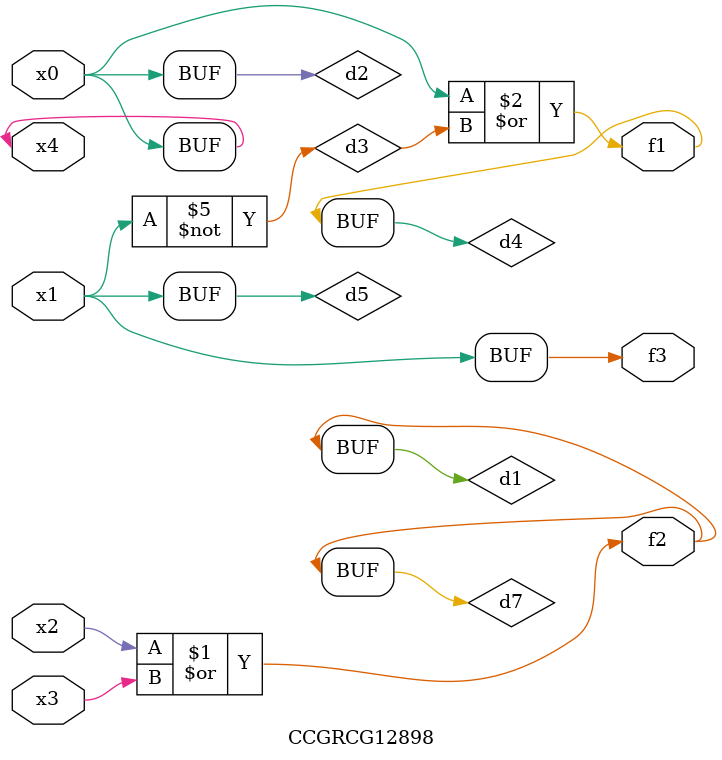
<source format=v>
module CCGRCG12898(
	input x0, x1, x2, x3, x4,
	output f1, f2, f3
);

	wire d1, d2, d3, d4, d5, d6, d7;

	or (d1, x2, x3);
	buf (d2, x0, x4);
	not (d3, x1);
	or (d4, d2, d3);
	not (d5, d3);
	nand (d6, d1, d3);
	or (d7, d1);
	assign f1 = d4;
	assign f2 = d7;
	assign f3 = d5;
endmodule

</source>
